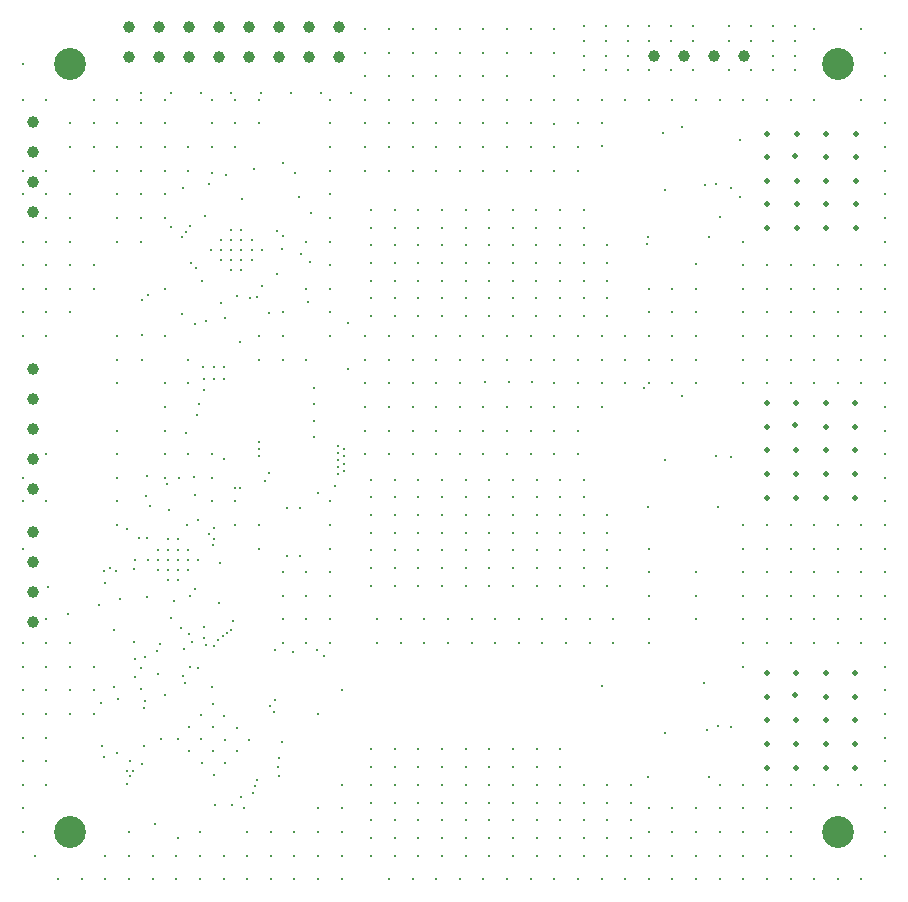
<source format=gbr>
%TF.GenerationSoftware,KiCad,Pcbnew,6.0.4-6f826c9f35~116~ubuntu20.04.1*%
%TF.CreationDate,2022-03-31T23:29:15+02:00*%
%TF.ProjectId,eval_board_tmc6200-ta,6576616c-5f62-46f6-9172-645f746d6336,rev?*%
%TF.SameCoordinates,Original*%
%TF.FileFunction,Plated,1,4,PTH,Drill*%
%TF.FilePolarity,Positive*%
%FSLAX46Y46*%
G04 Gerber Fmt 4.6, Leading zero omitted, Abs format (unit mm)*
G04 Created by KiCad (PCBNEW 6.0.4-6f826c9f35~116~ubuntu20.04.1) date 2022-03-31 23:29:15*
%MOMM*%
%LPD*%
G01*
G04 APERTURE LIST*
%TA.AperFunction,ViaDrill*%
%ADD10C,0.200000*%
%TD*%
%TA.AperFunction,ViaDrill*%
%ADD11C,0.500000*%
%TD*%
%TA.AperFunction,ComponentDrill*%
%ADD12C,1.000000*%
%TD*%
%TA.AperFunction,ComponentDrill*%
%ADD13C,2.700000*%
%TD*%
G04 APERTURE END LIST*
D10*
X14978000Y-125645000D03*
X14978000Y-128645000D03*
X14978000Y-134645000D03*
X14978000Y-136645000D03*
X14978000Y-140645000D03*
X14978000Y-142645000D03*
X14978000Y-144645000D03*
X14978000Y-146645000D03*
X14978000Y-148645000D03*
X14978000Y-160645000D03*
X14978000Y-162645000D03*
X14978000Y-166645000D03*
X14978000Y-174645000D03*
X14978000Y-176645000D03*
X14978000Y-178645000D03*
X14978000Y-180645000D03*
X14978000Y-182645000D03*
X14978000Y-184645000D03*
X14978000Y-186645000D03*
X14978000Y-188645000D03*
X14978000Y-190645000D03*
X15978000Y-192645000D03*
X16978000Y-128645000D03*
X16978000Y-134645000D03*
X16978000Y-136645000D03*
X16978000Y-138645000D03*
X16978000Y-140645000D03*
X16978000Y-142645000D03*
X16978000Y-144645000D03*
X16978000Y-146645000D03*
X16978000Y-148645000D03*
X16978000Y-158645000D03*
X16978000Y-162645000D03*
X16978000Y-172645000D03*
X16978000Y-174645000D03*
X16978000Y-176645000D03*
X16978000Y-178645000D03*
X16978000Y-180645000D03*
X16978000Y-182645000D03*
X16978000Y-184645000D03*
X16978000Y-186645000D03*
X17119600Y-169862500D03*
X17978000Y-194645000D03*
X18777990Y-172148500D03*
X18978000Y-130645000D03*
X18978000Y-132645000D03*
X18978000Y-136645000D03*
X18978000Y-138645000D03*
X18978000Y-140645000D03*
X18978000Y-142645000D03*
X18978000Y-144645000D03*
X18978000Y-146645000D03*
X18978000Y-174645000D03*
X18978000Y-176645000D03*
X18978000Y-178645000D03*
X18978000Y-180645000D03*
X19978000Y-194645000D03*
X20978000Y-128645000D03*
X20978000Y-130645000D03*
X20978000Y-132645000D03*
X20978000Y-134645000D03*
X20978000Y-142645000D03*
X20978000Y-144645000D03*
X20978000Y-176645000D03*
X20978000Y-178645000D03*
X20978000Y-180645000D03*
X21463000Y-171450000D03*
X21628000Y-179745000D03*
X21678000Y-183395000D03*
X21828000Y-168577821D03*
X21869400Y-184315100D03*
X21958300Y-169557700D03*
X21978000Y-192645000D03*
X21978000Y-194645000D03*
X22328000Y-168245000D03*
X22665502Y-173557498D03*
X22669500Y-178358800D03*
X22852957Y-168545000D03*
X22978000Y-128645000D03*
X22978000Y-130645000D03*
X22978000Y-132645000D03*
X22978000Y-134645000D03*
X22978000Y-136645000D03*
X22978000Y-138645000D03*
X22978000Y-140645000D03*
X22978000Y-148645000D03*
X22978000Y-150645000D03*
X22978000Y-152645000D03*
X22978000Y-156645000D03*
X22978000Y-158645000D03*
X22978000Y-160645000D03*
X22978000Y-162645000D03*
X22978000Y-164645000D03*
X22987001Y-183959500D03*
X23037798Y-179362100D03*
X23178000Y-170945000D03*
X23761700Y-185508900D03*
X23828000Y-165025000D03*
X23837878Y-186563000D03*
X23978000Y-190645000D03*
X23978000Y-192645000D03*
X23978000Y-194645000D03*
X24041100Y-184645300D03*
X24041100Y-185864500D03*
X24320500Y-185508900D03*
X24390297Y-174581365D03*
X24426679Y-168346438D03*
X24453000Y-175970000D03*
X24472900Y-167640000D03*
X24505811Y-177550302D03*
X24838593Y-165755584D03*
X24944536Y-178528394D03*
X24948000Y-128045000D03*
X24978000Y-128645000D03*
X24978000Y-130645000D03*
X24978000Y-132645000D03*
X24978000Y-134645000D03*
X24978000Y-136645000D03*
X24978000Y-138645000D03*
X24978000Y-140645000D03*
X24978596Y-176744990D03*
X25044400Y-184873900D03*
X25078500Y-145573031D03*
X25100000Y-148600000D03*
X25100000Y-150645000D03*
X25202999Y-183370767D03*
X25278000Y-180120000D03*
X25296794Y-179517035D03*
X25298400Y-175818800D03*
X25400000Y-162179000D03*
X25478000Y-160520000D03*
X25487339Y-165707893D03*
X25502992Y-170755010D03*
X25553000Y-145170000D03*
X25578000Y-167570000D03*
X25738000Y-163075000D03*
X25978000Y-192645000D03*
X25978000Y-194645000D03*
X26136600Y-189953900D03*
X26303000Y-175345000D03*
X26428000Y-166720000D03*
X26428000Y-167570000D03*
X26428000Y-168420000D03*
X26428006Y-177270000D03*
X26631900Y-174713900D03*
X26682700Y-182778400D03*
X26978000Y-128645000D03*
X26978000Y-130645000D03*
X26978000Y-132645000D03*
X26978000Y-134645000D03*
X26978000Y-136645000D03*
X26978000Y-138645000D03*
X26978000Y-144645000D03*
X26978000Y-148645000D03*
X26978000Y-152645000D03*
X26978000Y-154645000D03*
X26978000Y-156645000D03*
X26978000Y-158645000D03*
X26978000Y-160645000D03*
X27022395Y-179073962D03*
X27178000Y-161195000D03*
X27278000Y-165870000D03*
X27278000Y-166720000D03*
X27278000Y-167570000D03*
X27278000Y-168420000D03*
X27278000Y-169270000D03*
X27317700Y-163385500D03*
X27488000Y-128045000D03*
X27528940Y-139433341D03*
X27533600Y-172491400D03*
X27803000Y-171070000D03*
X27978000Y-192645000D03*
X27978000Y-194645000D03*
X28075865Y-182736209D03*
X28125222Y-191148941D03*
X28128000Y-165870000D03*
X28128000Y-166720000D03*
X28128000Y-167570000D03*
X28128000Y-168420000D03*
X28128000Y-169270000D03*
X28194000Y-160655000D03*
X28403000Y-173370000D03*
X28460700Y-140233400D03*
X28478000Y-146820000D03*
X28553010Y-177445212D03*
X28575000Y-136144000D03*
X28651200Y-175145700D03*
X28744507Y-177993050D03*
X28803600Y-139801600D03*
X28803600Y-156895800D03*
X28878000Y-164620000D03*
X28978000Y-132645000D03*
X28978000Y-134645000D03*
X28978000Y-150645000D03*
X28978000Y-152645000D03*
X28978000Y-158645000D03*
X28978000Y-166720000D03*
X28978000Y-167570000D03*
X28978000Y-168420000D03*
X29057600Y-173913800D03*
X29063694Y-181748381D03*
X29081654Y-183741998D03*
X29103000Y-176670000D03*
X29137376Y-170695000D03*
X29159200Y-139369800D03*
X29178000Y-142470000D03*
X29311600Y-174548800D03*
X29497020Y-160606740D03*
X29528000Y-147644989D03*
X29537376Y-170027884D03*
X29552900Y-162102800D03*
X29637620Y-142919600D03*
X29728000Y-155295000D03*
X29778000Y-176719968D03*
X29828000Y-167570000D03*
X29845000Y-164211000D03*
X29878000Y-154420000D03*
X29978000Y-190645000D03*
X29978000Y-192645000D03*
X29978000Y-194645000D03*
X30028000Y-128045000D03*
X30051522Y-180760553D03*
X30069482Y-182754170D03*
X30123364Y-184783708D03*
X30175200Y-144018000D03*
X30228000Y-151245000D03*
X30278000Y-152245000D03*
X30278000Y-173270000D03*
X30328000Y-153245000D03*
X30353000Y-174170000D03*
X30365700Y-138442700D03*
X30467300Y-174815500D03*
X30480000Y-147411162D03*
X30734000Y-165379400D03*
X30766595Y-135810857D03*
X30943228Y-141327469D03*
X30978000Y-128645000D03*
X30978000Y-130645000D03*
X30978000Y-132645000D03*
X30978000Y-158645000D03*
X30978000Y-160645000D03*
X30978000Y-162645000D03*
X30988000Y-134874000D03*
X31038800Y-178371500D03*
X31039350Y-179772725D03*
X31057310Y-181766342D03*
X31111192Y-183795879D03*
X31115000Y-166370000D03*
X31128000Y-151245000D03*
X31128000Y-152245000D03*
X31128000Y-174870000D03*
X31129153Y-185789496D03*
X31140400Y-164934900D03*
X31191200Y-165823900D03*
X31216600Y-188379100D03*
X31546800Y-174421800D03*
X31597600Y-171272200D03*
X31681420Y-167883840D03*
X31780443Y-145854457D03*
X31793228Y-140477469D03*
X31793228Y-141327469D03*
X31793228Y-142177469D03*
X31902400Y-174015400D03*
X31978000Y-151245000D03*
X31978000Y-152245000D03*
X31978000Y-192645000D03*
X31978000Y-194645000D03*
X32018000Y-159025000D03*
X32045139Y-180778513D03*
X32094215Y-147109241D03*
X32099020Y-182808051D03*
X32116981Y-184801668D03*
X32194500Y-135051800D03*
X32258000Y-173761400D03*
X32568000Y-128045000D03*
X32603000Y-173495000D03*
X32643228Y-139627469D03*
X32643228Y-140477469D03*
X32643228Y-141327469D03*
X32643228Y-142177469D03*
X32643228Y-143027469D03*
X32703000Y-188370000D03*
X32802990Y-172795000D03*
X32928000Y-161498200D03*
X32978000Y-128645000D03*
X32978000Y-130645000D03*
X32978000Y-132645000D03*
X32978000Y-162645000D03*
X32978000Y-164645000D03*
X33086848Y-181820223D03*
X33103000Y-145270000D03*
X33104809Y-183813840D03*
X33378000Y-161498200D03*
X33395920Y-149176740D03*
X33478000Y-187670000D03*
X33493228Y-139627469D03*
X33493228Y-140477469D03*
X33493228Y-141327469D03*
X33493228Y-142177469D03*
X33493228Y-143027469D03*
X33528000Y-137071100D03*
X33678000Y-188575000D03*
X33978000Y-190645000D03*
X33978000Y-192645000D03*
X33978000Y-194645000D03*
X34092637Y-182826012D03*
X34200000Y-145400000D03*
X34343228Y-140477469D03*
X34343228Y-141327469D03*
X34343228Y-142177469D03*
X34509080Y-187293420D03*
X34582098Y-134543800D03*
X34675856Y-186751644D03*
X34800000Y-145300000D03*
X34844776Y-186228224D03*
X34978000Y-128645000D03*
X34978000Y-130645000D03*
X34978000Y-148645000D03*
X34978000Y-150645000D03*
X34978000Y-157645000D03*
X34978000Y-158245000D03*
X34978000Y-158845000D03*
X34978000Y-164645000D03*
X34978000Y-166645000D03*
X35108000Y-128045000D03*
X35193228Y-141327469D03*
X35255200Y-144437100D03*
X35478000Y-160895000D03*
X35800000Y-146700000D03*
X35853000Y-160270000D03*
X35928000Y-179995000D03*
X35978000Y-190645000D03*
X35978000Y-192645000D03*
X35978000Y-194645000D03*
X36278000Y-180495000D03*
X36302998Y-179495000D03*
X36353000Y-175195000D03*
X36478000Y-143420006D03*
X36503000Y-139720000D03*
X36624630Y-185166249D03*
X36628000Y-184395000D03*
X36628000Y-185870000D03*
X36906200Y-182994300D03*
X36931600Y-141300200D03*
X36969700Y-133997700D03*
X36978000Y-146645000D03*
X36978000Y-148645000D03*
X36978000Y-150645000D03*
X36978000Y-168645000D03*
X36978000Y-170645000D03*
X36978000Y-172645000D03*
X36978000Y-174645000D03*
X36978010Y-140170000D03*
X37328000Y-163245000D03*
X37328000Y-167309800D03*
X37648000Y-128045000D03*
X37846000Y-175437800D03*
X37978000Y-190645000D03*
X37978000Y-192645000D03*
X37978000Y-194645000D03*
X38036500Y-134823200D03*
X38340581Y-136906000D03*
X38478000Y-163245000D03*
X38478000Y-167309800D03*
X38516486Y-141736412D03*
X38978000Y-140645000D03*
X38978000Y-144645000D03*
X38978000Y-150645000D03*
X38978000Y-168645000D03*
X38978000Y-170645000D03*
X38978000Y-172645000D03*
X38978000Y-174645000D03*
X39110455Y-145738636D03*
X39257413Y-142381413D03*
X39378000Y-138195000D03*
X39624000Y-153035000D03*
X39624000Y-154432000D03*
X39624000Y-155829000D03*
X39624000Y-157226000D03*
X39857800Y-175217600D03*
X39978000Y-161945000D03*
X39978000Y-180645000D03*
X39978000Y-188645000D03*
X39978000Y-190645000D03*
X39978000Y-192645000D03*
X39978000Y-194645000D03*
X40188000Y-128045000D03*
X40457800Y-175767600D03*
X40978000Y-128645000D03*
X40978000Y-130645000D03*
X40978000Y-132645000D03*
X40978000Y-134645000D03*
X40978000Y-136645000D03*
X40978000Y-138645000D03*
X40978000Y-140645000D03*
X40978000Y-142645000D03*
X40978000Y-144645000D03*
X40978000Y-146645000D03*
X40978000Y-148645000D03*
X40978000Y-162645000D03*
X40978000Y-164645000D03*
X40978000Y-166645000D03*
X40978000Y-168645000D03*
X40978000Y-170645000D03*
X40978000Y-172645000D03*
X40978000Y-174645000D03*
X41403000Y-161370000D03*
X41703000Y-157945000D03*
X41703000Y-158545000D03*
X41703000Y-159145000D03*
X41703000Y-159745000D03*
X41703000Y-160345000D03*
X41978000Y-178645000D03*
X41978000Y-186645000D03*
X41978000Y-188645000D03*
X41978000Y-190645000D03*
X41978000Y-192645000D03*
X41978000Y-194645000D03*
X42203000Y-158245000D03*
X42203000Y-158845000D03*
X42203000Y-159445000D03*
X42203000Y-160045000D03*
X42503000Y-147525000D03*
X42503000Y-151400000D03*
X42728000Y-128045000D03*
X43978000Y-122645000D03*
X43978000Y-124645000D03*
X43978000Y-126645000D03*
X43978000Y-128645000D03*
X43978000Y-130645000D03*
X43978000Y-132645000D03*
X43978000Y-134645000D03*
X43978000Y-148645000D03*
X43978000Y-150645000D03*
X43978000Y-152645000D03*
X43978000Y-154645000D03*
X43978000Y-156645000D03*
X43978000Y-158645000D03*
X44463000Y-137960000D03*
X44463000Y-139460000D03*
X44463000Y-140960000D03*
X44463000Y-142460000D03*
X44463000Y-143960000D03*
X44463000Y-145460000D03*
X44463000Y-146960000D03*
X44478000Y-160795000D03*
X44478000Y-162295000D03*
X44478000Y-163795000D03*
X44478000Y-165295000D03*
X44478000Y-166795000D03*
X44478000Y-168295000D03*
X44478000Y-169795000D03*
X44478000Y-183645000D03*
X44478000Y-185145000D03*
X44478000Y-186645000D03*
X44478000Y-188145000D03*
X44478000Y-189645000D03*
X44478000Y-191145000D03*
X44478000Y-192645000D03*
X44978000Y-172645000D03*
X44978000Y-174645000D03*
X45978000Y-122645000D03*
X45978000Y-124645000D03*
X45978000Y-126645000D03*
X45978000Y-128645000D03*
X45978000Y-130645000D03*
X45978000Y-132645000D03*
X45978000Y-134645000D03*
X45978000Y-148645000D03*
X45978000Y-150645000D03*
X45978000Y-152645000D03*
X45978000Y-154645000D03*
X45978000Y-156645000D03*
X45978000Y-158645000D03*
X45978000Y-194645000D03*
X46463000Y-137960000D03*
X46463000Y-139460000D03*
X46463000Y-140960000D03*
X46463000Y-142460000D03*
X46463000Y-143960000D03*
X46463000Y-145460000D03*
X46463000Y-146960000D03*
X46478000Y-160795000D03*
X46478000Y-162295000D03*
X46478000Y-163795000D03*
X46478000Y-165295000D03*
X46478000Y-166795000D03*
X46478000Y-168295000D03*
X46478000Y-169795000D03*
X46478000Y-183645000D03*
X46478000Y-185145000D03*
X46478000Y-186645000D03*
X46478000Y-188145000D03*
X46478000Y-189645000D03*
X46478000Y-191145000D03*
X46478000Y-192645000D03*
X46978000Y-172645000D03*
X46978000Y-174645000D03*
X47978000Y-122645000D03*
X47978000Y-124645000D03*
X47978000Y-126645000D03*
X47978000Y-128645000D03*
X47978000Y-130645000D03*
X47978000Y-132645000D03*
X47978000Y-134645000D03*
X47978000Y-148645000D03*
X47978000Y-150645000D03*
X47978000Y-152645000D03*
X47978000Y-154645000D03*
X47978000Y-156645000D03*
X47978000Y-158645000D03*
X47978000Y-194645000D03*
X48463000Y-137960000D03*
X48463000Y-139460000D03*
X48463000Y-140960000D03*
X48463000Y-142460000D03*
X48463000Y-143960000D03*
X48463000Y-145460000D03*
X48463000Y-146960000D03*
X48478000Y-160795000D03*
X48478000Y-162295000D03*
X48478000Y-163795000D03*
X48478000Y-165295000D03*
X48478000Y-166795000D03*
X48478000Y-168295000D03*
X48478000Y-169795000D03*
X48478000Y-183645000D03*
X48478000Y-185145000D03*
X48478000Y-186645000D03*
X48478000Y-188145000D03*
X48478000Y-189645000D03*
X48478000Y-191145000D03*
X48478000Y-192645000D03*
X48978000Y-172645000D03*
X48978000Y-174645000D03*
X49978000Y-122645000D03*
X49978000Y-124645000D03*
X49978000Y-126645000D03*
X49978000Y-128645000D03*
X49978000Y-130645000D03*
X49978000Y-132645000D03*
X49978000Y-134645000D03*
X49978000Y-148645000D03*
X49978000Y-150645000D03*
X49978000Y-152645000D03*
X49978000Y-154645000D03*
X49978000Y-156645000D03*
X49978000Y-158645000D03*
X49978000Y-194645000D03*
X50463000Y-137960000D03*
X50463000Y-139460000D03*
X50463000Y-140960000D03*
X50463000Y-142460000D03*
X50463000Y-143960000D03*
X50463000Y-145460000D03*
X50463000Y-146960000D03*
X50478000Y-160795000D03*
X50478000Y-162295000D03*
X50478000Y-163795000D03*
X50478000Y-165295000D03*
X50478000Y-166795000D03*
X50478000Y-168295000D03*
X50478000Y-169795000D03*
X50478000Y-183645000D03*
X50478000Y-185145000D03*
X50478000Y-186645000D03*
X50478000Y-188145000D03*
X50478000Y-189645000D03*
X50478000Y-191145000D03*
X50478000Y-192645000D03*
X50978000Y-172645000D03*
X50978000Y-174645000D03*
X51978000Y-122645000D03*
X51978000Y-124645000D03*
X51978000Y-126645000D03*
X51978000Y-128645000D03*
X51978000Y-130645000D03*
X51978000Y-132645000D03*
X51978000Y-134645000D03*
X51978000Y-148645000D03*
X51978000Y-150645000D03*
X51978000Y-152645000D03*
X51978000Y-154645000D03*
X51978000Y-156645000D03*
X51978000Y-158645000D03*
X51978000Y-194645000D03*
X52463000Y-137960000D03*
X52463000Y-139460000D03*
X52463000Y-140960000D03*
X52463000Y-142460000D03*
X52463000Y-143960000D03*
X52463000Y-145460000D03*
X52463000Y-146960000D03*
X52478000Y-160795000D03*
X52478000Y-162295000D03*
X52478000Y-163795000D03*
X52478000Y-165295000D03*
X52478000Y-166795000D03*
X52478000Y-168295000D03*
X52478000Y-169795000D03*
X52478000Y-183645000D03*
X52478000Y-185145000D03*
X52478000Y-186645000D03*
X52478000Y-188145000D03*
X52478000Y-189645000D03*
X52478000Y-191145000D03*
X52478000Y-192645000D03*
X52978000Y-172645000D03*
X52978000Y-174645000D03*
X53978000Y-122645000D03*
X53978000Y-124645000D03*
X53978000Y-126645000D03*
X53978000Y-128645000D03*
X53978000Y-130645000D03*
X53978000Y-132645000D03*
X53978000Y-134645000D03*
X53978000Y-148645000D03*
X53978000Y-150645000D03*
X53978000Y-154645000D03*
X53978000Y-156645000D03*
X53978000Y-158645000D03*
X53978000Y-194645000D03*
X54115500Y-152507500D03*
X54463000Y-137960000D03*
X54463000Y-139460000D03*
X54463000Y-140960000D03*
X54463000Y-142460000D03*
X54463000Y-143960000D03*
X54463000Y-145460000D03*
X54463000Y-146960000D03*
X54478000Y-160795000D03*
X54478000Y-162295000D03*
X54478000Y-163795000D03*
X54478000Y-165295000D03*
X54478000Y-166795000D03*
X54478000Y-168295000D03*
X54478000Y-169795000D03*
X54478000Y-183645000D03*
X54478000Y-185145000D03*
X54478000Y-186645000D03*
X54478000Y-188145000D03*
X54478000Y-189645000D03*
X54478000Y-191145000D03*
X54478000Y-192645000D03*
X54978000Y-172645000D03*
X54978000Y-174645000D03*
X55978000Y-122645000D03*
X55978000Y-124645000D03*
X55978000Y-126645000D03*
X55978000Y-128645000D03*
X55978000Y-130645000D03*
X55978000Y-132645000D03*
X55978000Y-134645000D03*
X55978000Y-148645000D03*
X55978000Y-150645000D03*
X55978000Y-154645000D03*
X55978000Y-156645000D03*
X55978000Y-158645000D03*
X55978000Y-194645000D03*
X56115500Y-152507500D03*
X56463000Y-137960000D03*
X56463000Y-139460000D03*
X56463000Y-140960000D03*
X56463000Y-142460000D03*
X56463000Y-143960000D03*
X56463000Y-145460000D03*
X56463000Y-146960000D03*
X56478000Y-160795000D03*
X56478000Y-162295000D03*
X56478000Y-163795000D03*
X56478000Y-165295000D03*
X56478000Y-166795000D03*
X56478000Y-168295000D03*
X56478000Y-169795000D03*
X56478000Y-183645000D03*
X56478000Y-185145000D03*
X56478000Y-186645000D03*
X56478000Y-188145000D03*
X56478000Y-189645000D03*
X56478000Y-191145000D03*
X56478000Y-192645000D03*
X56978000Y-172645000D03*
X56978000Y-174645000D03*
X57978000Y-122645000D03*
X57978000Y-124645000D03*
X57978000Y-128645000D03*
X57978000Y-130645000D03*
X57978000Y-132645000D03*
X57978000Y-134645000D03*
X57978000Y-148645000D03*
X57978000Y-150645000D03*
X57978000Y-154645000D03*
X57978000Y-156645000D03*
X57978000Y-158645000D03*
X57978000Y-194645000D03*
X58115500Y-152507500D03*
X58463000Y-137960000D03*
X58463000Y-139460000D03*
X58463000Y-140960000D03*
X58463000Y-142460000D03*
X58463000Y-143960000D03*
X58463000Y-145460000D03*
X58463000Y-146960000D03*
X58478000Y-160795000D03*
X58478000Y-162295000D03*
X58478000Y-163795000D03*
X58478000Y-165295000D03*
X58478000Y-166795000D03*
X58478000Y-168295000D03*
X58478000Y-169795000D03*
X58478000Y-183645000D03*
X58478000Y-185145000D03*
X58478000Y-186645000D03*
X58478000Y-188145000D03*
X58478000Y-189645000D03*
X58478000Y-191145000D03*
X58478000Y-192645000D03*
X58978000Y-172645000D03*
X58978000Y-174645000D03*
X59965500Y-130657500D03*
X59978000Y-122645000D03*
X59978000Y-124645000D03*
X59978000Y-126645000D03*
X59978000Y-128645000D03*
X59978000Y-132645000D03*
X59978000Y-134645000D03*
X59978000Y-148645000D03*
X59978000Y-150645000D03*
X59978000Y-152645000D03*
X59978000Y-154645000D03*
X59978000Y-156645000D03*
X59978000Y-158645000D03*
X59978000Y-194645000D03*
X60463000Y-137960000D03*
X60463000Y-139460000D03*
X60463000Y-140960000D03*
X60463000Y-142460000D03*
X60463000Y-143960000D03*
X60463000Y-145460000D03*
X60463000Y-146960000D03*
X60478000Y-160795000D03*
X60478000Y-162295000D03*
X60478000Y-163795000D03*
X60478000Y-165295000D03*
X60478000Y-166795000D03*
X60478000Y-168295000D03*
X60478000Y-169795000D03*
X60478000Y-183645000D03*
X60478000Y-185145000D03*
X60478000Y-186645000D03*
X60478000Y-188145000D03*
X60478000Y-189645000D03*
X60478000Y-191145000D03*
X60478000Y-192645000D03*
X60978000Y-172645000D03*
X60978000Y-174645000D03*
X61965500Y-132657500D03*
X61978000Y-128645000D03*
X61978000Y-130645000D03*
X61978000Y-134645000D03*
X61978000Y-148645000D03*
X61978000Y-150645000D03*
X61978000Y-152645000D03*
X61978000Y-154645000D03*
X61978000Y-156645000D03*
X61978000Y-158645000D03*
X61978000Y-194645000D03*
X62463000Y-137960000D03*
X62463000Y-139460000D03*
X62463000Y-140960000D03*
X62463000Y-142460000D03*
X62463000Y-143960000D03*
X62463000Y-145460000D03*
X62463000Y-146960000D03*
X62478000Y-122395000D03*
X62478000Y-123645000D03*
X62478000Y-124895000D03*
X62478000Y-126145000D03*
X62478000Y-160795000D03*
X62478000Y-162295000D03*
X62478000Y-163795000D03*
X62478000Y-165295000D03*
X62478000Y-166795000D03*
X62478000Y-168295000D03*
X62478000Y-169795000D03*
X62478000Y-186645000D03*
X62478000Y-188145000D03*
X62478000Y-189645000D03*
X62478000Y-191145000D03*
X62478000Y-192645000D03*
X62978000Y-172645000D03*
X62978000Y-174645000D03*
X63978000Y-128645000D03*
X63978000Y-130645000D03*
X63978000Y-148645000D03*
X63978000Y-150645000D03*
X63978000Y-152645000D03*
X63978000Y-154645000D03*
X63978000Y-194645000D03*
X64053720Y-132567680D03*
X64053720Y-178274980D03*
X64328000Y-122395000D03*
X64328000Y-123645000D03*
X64328000Y-124895000D03*
X64328000Y-126145000D03*
X64463000Y-140960000D03*
X64463000Y-142460000D03*
X64463000Y-143960000D03*
X64463000Y-145460000D03*
X64463000Y-146960000D03*
X64478000Y-163795000D03*
X64478000Y-165295000D03*
X64478000Y-166795000D03*
X64478000Y-168295000D03*
X64478000Y-169795000D03*
X64478000Y-186645000D03*
X64478000Y-188145000D03*
X64478000Y-189645000D03*
X64478000Y-191145000D03*
X64478000Y-192645000D03*
X64978000Y-172645000D03*
X64978000Y-174645000D03*
X65978000Y-128645000D03*
X65978000Y-148645000D03*
X65978000Y-150645000D03*
X65978000Y-152645000D03*
X65978000Y-194645000D03*
X66178000Y-122395000D03*
X66178000Y-123645000D03*
X66178000Y-124895000D03*
X66178000Y-126145000D03*
X66478000Y-186645000D03*
X66478000Y-188145000D03*
X66478000Y-189645000D03*
X66478000Y-191145000D03*
X66478000Y-192645000D03*
X67559040Y-153034940D03*
X67818000Y-140843000D03*
X67899280Y-163118800D03*
X67904360Y-185968640D03*
X67919600Y-140284200D03*
X67978000Y-128645000D03*
X67978000Y-144645000D03*
X67978000Y-146645000D03*
X67978000Y-148645000D03*
X67978000Y-150645000D03*
X67978000Y-152645000D03*
X67978000Y-166645000D03*
X67978000Y-168645000D03*
X67978000Y-170645000D03*
X67978000Y-172645000D03*
X67978000Y-174645000D03*
X67978000Y-188645000D03*
X67978000Y-190645000D03*
X67978000Y-192645000D03*
X67978000Y-194645000D03*
X68028000Y-122395000D03*
X68028000Y-123645000D03*
X68028000Y-126145000D03*
X69215000Y-131445000D03*
X69329292Y-182219600D03*
X69340400Y-159181800D03*
X69391200Y-136271000D03*
X69878000Y-122395000D03*
X69878000Y-123645000D03*
X69878000Y-126145000D03*
X69978000Y-128645000D03*
X69978000Y-144645000D03*
X69978000Y-146645000D03*
X69978000Y-148645000D03*
X69978000Y-150645000D03*
X69978000Y-152645000D03*
X69978000Y-188645000D03*
X69978000Y-190645000D03*
X69978000Y-192645000D03*
X69978000Y-194645000D03*
X70777100Y-153758900D03*
X70784720Y-130906520D03*
X71728000Y-122395000D03*
X71728000Y-123645000D03*
X71728000Y-126145000D03*
X71970000Y-142580000D03*
X71978000Y-128645000D03*
X71978000Y-144645000D03*
X71978000Y-146645000D03*
X71978000Y-148645000D03*
X71978000Y-150645000D03*
X71978000Y-152645000D03*
X71978000Y-168645000D03*
X71978000Y-170645000D03*
X71978000Y-172645000D03*
X71978000Y-188645000D03*
X71978000Y-190645000D03*
X71978000Y-192645000D03*
X71978000Y-194645000D03*
X72644000Y-178054000D03*
X72771000Y-135890000D03*
X72898000Y-181991000D03*
X73060560Y-185973720D03*
X73063100Y-140284200D03*
X73685500Y-158775400D03*
X73706260Y-135772840D03*
X73812400Y-163123880D03*
X73875900Y-181686200D03*
X73970000Y-138580000D03*
X73978000Y-128645000D03*
X73978000Y-186645000D03*
X73978000Y-188645000D03*
X73978000Y-190645000D03*
X73978000Y-192645000D03*
X73978000Y-194645000D03*
X74778000Y-122395000D03*
X74778000Y-123645000D03*
X74778000Y-126145000D03*
X74948000Y-136075000D03*
X74948000Y-158925000D03*
X74953000Y-181785000D03*
X75692000Y-132080000D03*
X75692000Y-136906000D03*
X75978000Y-128645000D03*
X75978000Y-140645000D03*
X75978000Y-142645000D03*
X75978000Y-144645000D03*
X75978000Y-146645000D03*
X75978000Y-148645000D03*
X75978000Y-150645000D03*
X75978000Y-152645000D03*
X75978000Y-164645000D03*
X75978000Y-166645000D03*
X75978000Y-168645000D03*
X75978000Y-170645000D03*
X75978000Y-172645000D03*
X75978000Y-174645000D03*
X75978000Y-176645000D03*
X75978000Y-186645000D03*
X75978000Y-188645000D03*
X75978000Y-190645000D03*
X75978000Y-192645000D03*
X75978000Y-194645000D03*
X76628000Y-122395000D03*
X76628000Y-123645000D03*
X76628000Y-126145000D03*
X77978000Y-128645000D03*
X77978000Y-142645000D03*
X77978000Y-144645000D03*
X77978000Y-146645000D03*
X77978000Y-148645000D03*
X77978000Y-150645000D03*
X77978000Y-152645000D03*
X77978000Y-164645000D03*
X77978000Y-166645000D03*
X77978000Y-168645000D03*
X77978000Y-170645000D03*
X77978000Y-172645000D03*
X77978000Y-174645000D03*
X77978000Y-186645000D03*
X77978000Y-188645000D03*
X77978000Y-190645000D03*
X77978000Y-192645000D03*
X77978000Y-194645000D03*
X78478000Y-122395000D03*
X78478000Y-123645000D03*
X78478000Y-124895000D03*
X78478000Y-126145000D03*
X79978000Y-128645000D03*
X79978000Y-142645000D03*
X79978000Y-144645000D03*
X79978000Y-146645000D03*
X79978000Y-148645000D03*
X79978000Y-150645000D03*
X79978000Y-152645000D03*
X79978000Y-164645000D03*
X79978000Y-166645000D03*
X79978000Y-168645000D03*
X79978000Y-170645000D03*
X79978000Y-172645000D03*
X79978000Y-174645000D03*
X79978000Y-186645000D03*
X79978000Y-188645000D03*
X79978000Y-190645000D03*
X79978000Y-192645000D03*
X79978000Y-194645000D03*
X80328000Y-122395000D03*
X80328000Y-123645000D03*
X80328000Y-124895000D03*
X80328000Y-126145000D03*
X81978000Y-122645000D03*
X81978000Y-128645000D03*
X81978000Y-142645000D03*
X81978000Y-144645000D03*
X81978000Y-146645000D03*
X81978000Y-148645000D03*
X81978000Y-150645000D03*
X81978000Y-152645000D03*
X81978000Y-164645000D03*
X81978000Y-166645000D03*
X81978000Y-168645000D03*
X81978000Y-170645000D03*
X81978000Y-172645000D03*
X81978000Y-174645000D03*
X81978000Y-186645000D03*
X81978000Y-194645000D03*
X83978000Y-142645000D03*
X83978000Y-144645000D03*
X83978000Y-146645000D03*
X83978000Y-148645000D03*
X83978000Y-150645000D03*
X83978000Y-152645000D03*
X83978000Y-164645000D03*
X83978000Y-166645000D03*
X83978000Y-168645000D03*
X83978000Y-170645000D03*
X83978000Y-172645000D03*
X83978000Y-174645000D03*
X83978000Y-186645000D03*
X83978000Y-194645000D03*
X85978000Y-122645000D03*
X85978000Y-128645000D03*
X85978000Y-142645000D03*
X85978000Y-144645000D03*
X85978000Y-146645000D03*
X85978000Y-148645000D03*
X85978000Y-150645000D03*
X85978000Y-152645000D03*
X85978000Y-164645000D03*
X85978000Y-166645000D03*
X85978000Y-168645000D03*
X85978000Y-170645000D03*
X85978000Y-172645000D03*
X85978000Y-174645000D03*
X85978000Y-186645000D03*
X85978000Y-194645000D03*
X87978000Y-124645000D03*
X87978000Y-126645000D03*
X87978000Y-128645000D03*
X87978000Y-130645000D03*
X87978000Y-132645000D03*
X87978000Y-134645000D03*
X87978000Y-136645000D03*
X87978000Y-138645000D03*
X87978000Y-140645000D03*
X87978000Y-142645000D03*
X87978000Y-144645000D03*
X87978000Y-146645000D03*
X87978000Y-148645000D03*
X87978000Y-150645000D03*
X87978000Y-152645000D03*
X87978000Y-154645000D03*
X87978000Y-156645000D03*
X87978000Y-158645000D03*
X87978000Y-160645000D03*
X87978000Y-162645000D03*
X87978000Y-164645000D03*
X87978000Y-166645000D03*
X87978000Y-168645000D03*
X87978000Y-170645000D03*
X87978000Y-172645000D03*
X87978000Y-174645000D03*
X87978000Y-176645000D03*
X87978000Y-178645000D03*
X87978000Y-180645000D03*
X87978000Y-182645000D03*
X87978000Y-184645000D03*
X87978000Y-186645000D03*
X87978000Y-188645000D03*
X87978000Y-190645000D03*
X87978000Y-192645000D03*
D11*
X77948000Y-154325000D03*
X77948000Y-156325000D03*
X77948000Y-158325000D03*
X77948000Y-160325000D03*
X77948000Y-162325000D03*
X77968760Y-177179600D03*
X77968760Y-179179600D03*
X77968760Y-181179600D03*
X77968760Y-183179600D03*
X77968760Y-185179600D03*
X78000000Y-131500000D03*
X78000000Y-133500000D03*
X78000000Y-135500000D03*
X78000000Y-137500000D03*
X78000000Y-139500000D03*
X80330676Y-156204829D03*
X80351436Y-179059429D03*
X80382676Y-133379829D03*
X80448000Y-154325000D03*
X80448000Y-158325000D03*
X80448000Y-160325000D03*
X80448000Y-162325000D03*
X80468760Y-177179600D03*
X80468760Y-181179600D03*
X80468760Y-183179600D03*
X80468760Y-185179600D03*
X80500000Y-131500000D03*
X80500000Y-135500000D03*
X80500000Y-137500000D03*
X80500000Y-139500000D03*
X82948000Y-154325000D03*
X82948000Y-156325000D03*
X82948000Y-158325000D03*
X82948000Y-160325000D03*
X82948000Y-162325000D03*
X82968760Y-177179600D03*
X82968760Y-179179600D03*
X82968760Y-181179600D03*
X82968760Y-183179600D03*
X82968760Y-185179600D03*
X83000000Y-131500000D03*
X83000000Y-133500000D03*
X83000000Y-135500000D03*
X83000000Y-137500000D03*
X83000000Y-139500000D03*
X85448000Y-154325000D03*
X85448000Y-156325000D03*
X85448000Y-158325000D03*
X85448000Y-160325000D03*
X85448000Y-162325000D03*
X85468760Y-177179600D03*
X85468760Y-179179600D03*
X85468760Y-181179600D03*
X85468760Y-183179600D03*
X85468760Y-185179600D03*
X85500000Y-131500000D03*
X85500000Y-133500000D03*
X85500000Y-135500000D03*
X85500000Y-137500000D03*
X85500000Y-139500000D03*
D12*
%TO.C,J702*%
X15803000Y-130525000D03*
X15803000Y-133065000D03*
X15803000Y-135605000D03*
X15803000Y-138145000D03*
%TO.C,J701*%
X15803000Y-151470000D03*
X15803000Y-154010000D03*
X15803000Y-156550000D03*
X15803000Y-159090000D03*
X15803000Y-161630000D03*
%TO.C,J703*%
X15803000Y-165250000D03*
X15803000Y-167790000D03*
X15803000Y-170330000D03*
X15803000Y-172870000D03*
%TO.C,J801*%
X23928000Y-122505000D03*
X23928000Y-125045000D03*
X26468000Y-122505000D03*
X26468000Y-125045000D03*
X29008000Y-122505000D03*
X29008000Y-125045000D03*
X31548000Y-122505000D03*
X31548000Y-125045000D03*
X34088000Y-122505000D03*
X34088000Y-125045000D03*
X36628000Y-122505000D03*
X36628000Y-125045000D03*
X39168000Y-122505000D03*
X39168000Y-125045000D03*
X41708000Y-122505000D03*
X41708000Y-125045000D03*
%TO.C,J601*%
X68453000Y-124895000D03*
X70993000Y-124895000D03*
X73533000Y-124895000D03*
X76073000Y-124895000D03*
D13*
%TO.C,H704*%
X18978000Y-125645000D03*
%TO.C,H702*%
X18978000Y-190645000D03*
%TO.C,H703*%
X83978000Y-125645000D03*
%TO.C,H701*%
X83978000Y-190645000D03*
M02*

</source>
